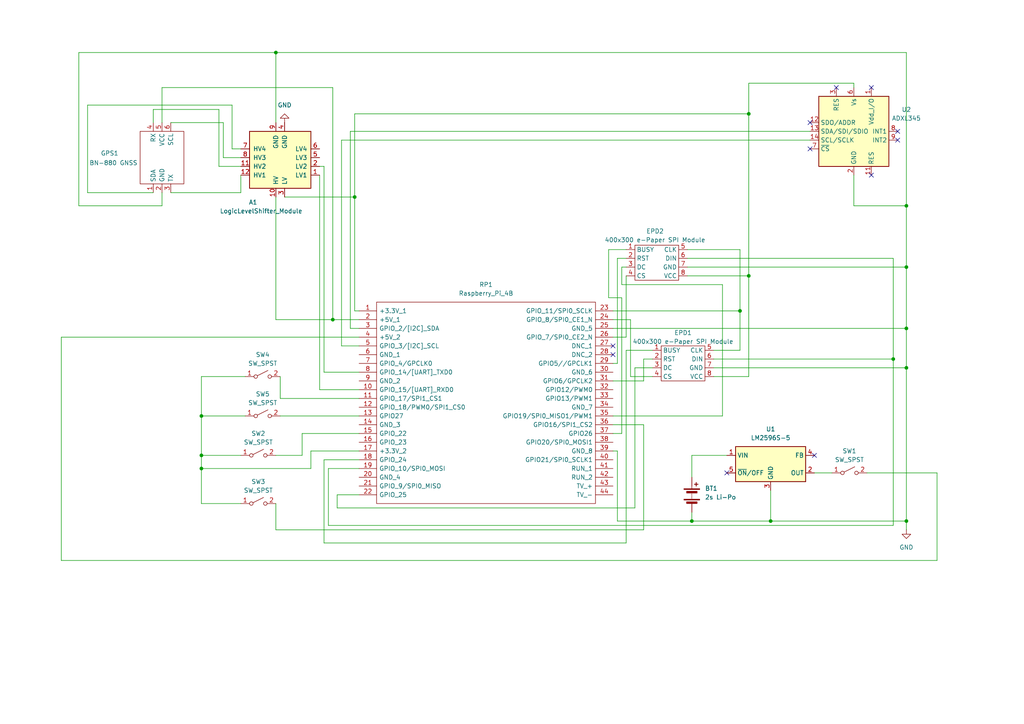
<source format=kicad_sch>
(kicad_sch (version 20231120) (generator "eeschema") (generator_version "8.0")
  (paper "A4")
  (title_block (title "Elderly Focused Fall Detection") (date "2024-10-20") (rev "2") (company "E.F.F.D : ECTE250 TEAM 8"))
  (lib_symbols
    (symbol "Charleslabs_Parts:LogicLevelShifter_Module" (pin_names (offset 1.016))
      (property "Reference" "A" (at -7.62 8.89 0))
      (property "Value" "LogicLevelShifter_Module" (at 15.24 8.89 0))
      (symbol "LogicLevelShifter_Module_0_1"
        (rectangle (start -8.89 7.62) (end 8.89 -8.89) (stroke (width 0.254)) (fill (type background)))
      )
      (symbol "LogicLevelShifter_Module_1_1"
        (pin bidirectional line (at -11.43 3.81 0) (length 2.54) (name "LV1") (number "1"))
        (pin power_in line (at 1.27 10.16 270) (length 2.54) (name "HV") (number "10"))
        (pin bidirectional line (at 11.43 1.27 180) (length 2.54) (name "HV2") (number "11"))
        (pin bidirectional line (at 11.43 3.81 180) (length 2.54) (name "HV1") (number "12"))
        (pin bidirectional line (at -11.43 1.27 0) (length 2.54) (name "LV2") (number "2"))
        (pin power_in line (at -1.27 10.16 270) (length 2.54) (name "LV") (number "3"))
        (pin power_in line (at -1.27 -11.43 90) (length 2.54) (name "GND") (number "4"))
        (pin bidirectional line (at -11.43 -1.27 0) (length 2.54) (name "LV3") (number "5"))
        (pin bidirectional line (at -11.43 -3.81 0) (length 2.54) (name "LV4") (number "6"))
        (pin bidirectional line (at 11.43 -3.81 180) (length 2.54) (name "HV4") (number "7"))
        (pin bidirectional line (at 11.43 -1.27 180) (length 2.54) (name "HV3") (number "8"))
        (pin power_in line (at 1.27 -11.43 90) (length 2.54) (name "GND") (number "9"))
      )
    )
    (symbol "Device:Battery" (pin_numbers hide) (pin_names (offset 0) hide)
      (property "Reference" "BT" (at 2.54 2.54 0))
      (property "Value" "Battery" (at 2.54 0 0))
      (symbol "Battery_0_1"
        (rectangle (start -2.286 -1.27) (end 2.286 -1.524) (fill (type outline)))
        (rectangle (start -2.286 1.778) (end 2.286 1.524) (fill (type outline)))
        (rectangle (start -1.524 -2.032) (end 1.524 -2.54) (fill (type outline)))
        (rectangle (start -1.524 1.016) (end 1.524 0.508) (fill (type outline)))
        (polyline (pts (xy 0 -1.016) (xy 0 -0.762)))
        (polyline (pts (xy 0 -0.508) (xy 0 -0.254)))
        (polyline (pts (xy 0 0) (xy 0 0.254)))
        (polyline (pts (xy 0 1.778) (xy 0 2.54)))
        (polyline (pts (xy 0.762 3.048) (xy 1.778 3.048)) (stroke (width 0.254)))
        (polyline (pts (xy 1.27 3.556) (xy 1.27 2.54)) (stroke (width 0.254)))
      )
      (symbol "Battery_1_1"
        (pin passive line (at 0 5.08 270) (length 2.54) (name "+") (number "1"))
        (pin passive line (at 0 -5.08 90) (length 2.54) (name "-") (number "2"))
      )
    )
    (symbol "Raspberry_Pi_2_or_3:Raspberry_Pi_2_3" (pin_names (offset 0.762))
      (property "Reference" "RP" (at 30.48 27.94 0))
      (property "Value" "Raspberry_Pi_4B" (at 30.48 25.4 0))
      (symbol "Raspberry_Pi_2_3_0_0"
        (pin bidirectional line (at 0 0 0) (length 5.08) (name "+3.3V_1") (number "1"))
        (pin bidirectional line (at 0 -22.86 0) (length 5.08) (name "GPIO_15/[UART]_RXD0") (number "10"))
        (pin bidirectional line (at 0 -25.4 0) (length 5.08) (name "GPIO_17/SPI1_CS1") (number "11"))
        (pin bidirectional line (at 0 -27.94 0) (length 5.08) (name "GPIO_18/PWM0/SPI1_CS0") (number "12"))
        (pin bidirectional line (at 0 -30.48 0) (length 5.08) (name "GPIO27") (number "13"))
        (pin bidirectional line (at 0 -33.02 0) (length 5.08) (name "GND_3") (number "14"))
        (pin bidirectional line (at 0 -35.56 0) (length 5.08) (name "GPIO_22") (number "15"))
        (pin bidirectional line (at 0 -38.1 0) (length 5.08) (name "GPIO_23") (number "16"))
        (pin bidirectional line (at 0 -40.64 0) (length 5.08) (name "+3.3V_2") (number "17"))
        (pin bidirectional line (at 0 -43.18 0) (length 5.08) (name "GPIO_24") (number "18"))
        (pin bidirectional line (at 0 -45.72 0) (length 5.08) (name "GPIO_10/SPI0_MOSI") (number "19"))
        (pin bidirectional line (at 0 -2.54 0) (length 5.08) (name "+5V_1") (number "2"))
        (pin bidirectional line (at 0 -48.26 0) (length 5.08) (name "GND_4") (number "20"))
        (pin bidirectional line (at 0 -50.8 0) (length 5.08) (name "GPIO_9/SPI0_MISO") (number "21"))
        (pin bidirectional line (at 0 -53.34 0) (length 5.08) (name "GPIO_25") (number "22"))
        (pin bidirectional line (at 73.66 0 180) (length 5.08) (name "GPIO_11/SPI0_SCLK") (number "23"))
        (pin bidirectional line (at 73.66 -2.54 180) (length 5.08) (name "GPIO_8/SPI0_CE1_N") (number "24"))
        (pin bidirectional line (at 73.66 -5.08 180) (length 5.08) (name "GND_5") (number "25"))
        (pin bidirectional line (at 73.66 -7.62 180) (length 5.08) (name "GPIO_7/SPI0_CE2_N") (number "26"))
        (pin bidirectional line (at 73.66 -10.16 180) (length 5.08) (name "DNC_1") (number "27"))
        (pin bidirectional line (at 73.66 -12.7 180) (length 5.08) (name "DNC_2") (number "28"))
        (pin bidirectional line (at 73.66 -15.24 180) (length 5.08) (name "GPIO5//GPCLK1") (number "29"))
        (pin bidirectional line (at 0 -5.08 0) (length 5.08) (name "GPIO_2/[I2C]_SDA") (number "3"))
        (pin bidirectional line (at 73.66 -17.78 180) (length 5.08) (name "GND_6") (number "30"))
        (pin bidirectional line (at 73.66 -20.32 180) (length 5.08) (name "GPIO6/GPCLK2") (number "31"))
        (pin bidirectional line (at 73.66 -22.86 180) (length 5.08) (name "GPIO12/PWM0") (number "32"))
        (pin bidirectional line (at 73.66 -25.4 180) (length 5.08) (name "GPIO13/PWM1") (number "33"))
        (pin bidirectional line (at 73.66 -27.94 180) (length 5.08) (name "GND_7") (number "34"))
        (pin bidirectional line (at 73.66 -30.48 180) (length 5.08) (name "GPIO19/SPI0_MISO1/PWM1") (number "35"))
        (pin bidirectional line (at 73.66 -33.02 180) (length 5.08) (name "GPIO16/SPI1_CS2") (number "36"))
        (pin bidirectional line (at 73.66 -35.56 180) (length 5.08) (name "GPIO26") (number "37"))
        (pin bidirectional line (at 73.66 -38.1 180) (length 5.08) (name "GPIO20/SPI0_MOSI1") (number "38"))
        (pin bidirectional line (at 73.66 -40.64 180) (length 5.08) (name "GND_8") (number "39"))
        (pin bidirectional line (at 0 -7.62 0) (length 5.08) (name "+5V_2") (number "4"))
        (pin bidirectional line (at 73.66 -43.18 180) (length 5.08) (name "GPIO21/SPI0_SCLK1") (number "40"))
        (pin bidirectional line (at 73.66 -45.72 180) (length 5.08) (name "RUN_1") (number "41"))
        (pin bidirectional line (at 73.66 -48.26 180) (length 5.08) (name "RUN_2") (number "42"))
        (pin bidirectional line (at 73.66 -50.8 180) (length 5.08) (name "TV_+") (number "43"))
        (pin bidirectional line (at 73.66 -53.34 180) (length 5.08) (name "TV_-") (number "44"))
        (pin bidirectional line (at 0 -10.16 0) (length 5.08) (name "GPIO_3/[I2C]_SCL") (number "5"))
        (pin bidirectional line (at 0 -12.7 0) (length 5.08) (name "GND_1") (number "6"))
        (pin bidirectional line (at 0 -15.24 0) (length 5.08) (name "GPIO_4/GPCLK0") (number "7"))
        (pin bidirectional line (at 0 -17.78 0) (length 5.08) (name "GPIO_14/[UART]_TXD0") (number "8"))
        (pin bidirectional line (at 0 -20.32 0) (length 5.08) (name "GND_2") (number "9"))
      )
      (symbol "Raspberry_Pi_2_3_0_1"
        (polyline (pts (xy 5.08 2.54) (xy 68.58 2.54) (xy 68.58 -55.88) (xy 5.08 -55.88) (xy 5.08 2.54)) (stroke (width 0.1524)))
      )
    )
    (symbol "Regulator_Switching:LM2596S-5"
      (property "Reference" "U" (at -10.16 6.35 0))
      (property "Value" "LM2596S-5" (at 0 6.35 0))
      (symbol "LM2596S-5_0_1"
        (rectangle (start -10.16 5.08) (end 10.16 -5.08) (stroke (width 0.254)) (fill (type background)))
      )
      (symbol "LM2596S-5_1_1"
        (pin power_in line (at -12.7 2.54 0) (length 2.54) (name "VIN") (number "1"))
        (pin output line (at 12.7 -2.54 180) (length 2.54) (name "OUT") (number "2"))
        (pin power_in line (at 0 -7.62 90) (length 2.54) (name "GND") (number "3"))
        (pin input line (at 12.7 2.54 180) (length 2.54) (name "FB") (number "4"))
        (pin input line (at -12.7 -2.54 0) (length 2.54) (name "~{ON}/OFF") (number "5"))
      )
    )
    (symbol "Sensor_Motion:ADXL343"
      (property "Reference" "U" (at -8.89 11.43 0))
      (property "Value" "ADXL343" (at -7.62 -11.43 0))
      (symbol "ADXL343_0_1"
        (rectangle (start -10.16 10.16) (end 10.16 -10.16) (stroke (width 0.254)) (fill (type background)))
      )
      (symbol "ADXL343_1_1"
        (pin power_in line (at 5.08 12.7 270) (length 2.54) (name "Vdd_I/O") (number "1"))
        (pin no_connect line (at -5.08 -10.16 90) (length 2.54) hide (name "NC") (number "10"))
        (pin passive line (at 5.08 -12.7 90) (length 2.54) (name "RES") (number "11"))
        (pin bidirectional line (at -12.7 2.54 0) (length 2.54) (name "SDO/ADDR") (number "12"))
        (pin bidirectional line (at -12.7 0 0) (length 2.54) (name "SDA/SDI/SDIO") (number "13"))
        (pin input line (at -12.7 -2.54 0) (length 2.54) (name "SCL/SCLK") (number "14"))
        (pin power_in line (at 0 -12.7 90) (length 2.54) (name "GND") (number "2"))
        (pin passive line (at -5.08 12.7 270) (length 2.54) (name "RES") (number "3"))
        (pin passive line (at 0 -12.7 90) (length 2.54) hide (name "GND") (number "4"))
        (pin passive line (at 0 -12.7 90) (length 2.54) hide (name "GND") (number "5"))
        (pin power_in line (at 0 12.7 270) (length 2.54) (name "Vs") (number "6"))
        (pin input line (at -12.7 -5.08 0) (length 2.54) (name "~{CS}") (number "7"))
        (pin output line (at 12.7 0 180) (length 2.54) (name "INT1") (number "8"))
        (pin output line (at 12.7 -2.54 180) (length 2.54) (name "INT2") (number "9"))
      )
    )
    (symbol "Switch:SW_SPST" (pin_names (offset 0) hide)
      (property "Reference" "SW" (at 0 3.175 0))
      (property "Value" "SW_SPST" (at 0 -2.54 0))
      (symbol "SW_SPST_0_0"
        (circle (center -2.032 0) (radius 0.508))
        (polyline (pts (xy -1.524 0.254) (xy 1.524 1.778)))
        (circle (center 2.032 0) (radius 0.508))
      )
      (symbol "SW_SPST_1_1"
        (pin passive line (at -5.08 0 0) (length 2.54) (name "A") (number "1"))
        (pin passive line (at 5.08 0 180) (length 2.54) (name "B") (number "2"))
      )
    )
    (symbol "power:GND" (power) (pin_numbers hide) (pin_names (offset 0) hide)
      (property "Value" "GND" (at 0 -3.81 0))
      (symbol "GND_0_1"
        (polyline (pts (xy 0 0) (xy 0 -1.27) (xy 1.27 -1.27) (xy 0 -2.54) (xy -1.27 -1.27) (xy 0 -1.27)))
      )
      (symbol "GND_1_1"
        (pin power_in line (at 0 0 270) (length 0) (name "~") (number "1"))
      )
    )
    (symbol "wirehead:4.2_epaper_spi_module"
      (property "Reference" "EPD" (at 0 3.81 0))
      (property "Value" "400x300 e-Paper SPI Module" (at 0.254 1.778 0))
      (symbol "4.2_epaper_spi_module_0_0"
        (pin input line (at -8.89 -1.27 0) (length 2.54) (name "BUSY") (number "1"))
        (pin input line (at -8.89 -3.81 0) (length 2.54) (name "RST") (number "2"))
        (pin input line (at -8.89 -6.35 0) (length 2.54) (name "DC") (number "3"))
        (pin input line (at -8.89 -8.89 0) (length 2.54) (name "CS") (number "4"))
        (pin input line (at 8.89 -1.27 180) (length 2.54) (name "CLK") (number "5"))
        (pin input line (at 8.89 -3.81 180) (length 2.54) (name "DIN") (number "6"))
        (pin input line (at 8.89 -6.35 180) (length 2.54) (name "GND") (number "7"))
        (pin input line (at 8.89 -8.89 180) (length 2.54) (name "VCC") (number "8"))
      )
      (symbol "4.2_epaper_spi_module_0_1"
        (rectangle (start 6.35 -10.16) (end -6.35 0))
      )
    )
    (symbol "wirehead:BN-880_GNSS"
      (property "Reference" "GPS" (at 0 2.032 0))
      (property "Value" "BN-880 GNSS" (at 0 0 0))
      (symbol "BN-880_GNSS_0_0"
        (pin input line (at -10.16 -6.35 0) (length 2.54) (name "SDA") (number "1"))
        (pin input line (at -10.16 -8.89 0) (length 2.54) (name "GND") (number "2"))
        (pin input line (at -10.16 -11.43 0) (length 2.54) (name "TX") (number "3"))
        (pin input line (at 10.16 -6.35 180) (length 2.54) (name "RX") (number "4"))
        (pin input line (at 10.16 -8.89 180) (length 2.54) (name "VCC") (number "5"))
        (pin input line (at 10.16 -11.43 180) (length 2.54) (name "SCL") (number "6"))
      )
      (symbol "BN-880_GNSS_0_1"
        (rectangle (start -7.62 -2.54) (end 7.62 -15.24))
      )
    )
  )
  (junction (at 200.66 151.13))
  (junction (at 80.01 15.24))
  (junction (at 223.52 151.13))
  (junction (at 96.52 92.71))
  (junction (at 102.87 57.15))
  (junction (at 262.89 106.68))
  (junction (at 262.89 151.13))
  (junction (at 262.89 77.47))
  (junction (at 259.08 104.14))
  (junction (at 58.42 120.65))
  (junction (at 58.42 132.08))
  (junction (at 262.89 95.25))
  (junction (at 217.17 80.01))
  (junction (at 58.42 135.89))
  (junction (at 217.17 33.02))
  (junction (at 214.63 90.17))
  (junction (at 262.89 59.69))
  (no_connect (at 260.35 38.1))
  (no_connect (at 234.95 35.56))
  (no_connect (at 236.22 132.08))
  (no_connect (at 252.73 25.4))
  (no_connect (at 210.82 137.16))
  (no_connect (at 234.95 43.18))
  (no_connect (at 177.8 102.87))
  (no_connect (at 252.73 50.8))
  (no_connect (at 242.57 25.4))
  (no_connect (at 260.35 40.64))
  (no_connect (at 177.8 100.33))
  (wire (pts (xy 44.45 35.56) (xy 44.45 31.75)))
  (wire (pts (xy 90.17 135.89) (xy 58.42 135.89)))
  (wire (pts (xy 102.87 33.02) (xy 217.17 33.02)))
  (wire (pts (xy 181.61 97.79) (xy 177.8 97.79)))
  (wire (pts (xy 93.98 48.26) (xy 93.98 107.95)))
  (wire (pts (xy 104.14 135.89) (xy 95.25 135.89)))
  (wire (pts (xy 95.25 135.89) (xy 95.25 152.4)))
  (wire (pts (xy 102.87 57.15) (xy 102.87 33.02)))
  (wire (pts (xy 207.01 104.14) (xy 259.08 104.14)))
  (wire (pts (xy 58.42 135.89) (xy 58.42 146.05)))
  (wire (pts (xy 217.17 80.01) (xy 217.17 109.22)))
  (wire (pts (xy 64.77 35.56) (xy 64.77 45.72)))
  (wire (pts (xy 101.6 38.1) (xy 234.95 38.1)))
  (wire (pts (xy 92.71 50.8) (xy 92.71 113.03)))
  (wire (pts (xy 177.8 110.49) (xy 186.69 110.49)))
  (wire (pts (xy 182.88 109.22) (xy 189.23 109.22)))
  (wire (pts (xy 90.17 130.81) (xy 104.14 130.81)))
  (wire (pts (xy 262.89 95.25) (xy 262.89 106.68)))
  (wire (pts (xy 179.07 130.81) (xy 179.07 151.13)))
  (wire (pts (xy 96.52 25.4) (xy 96.52 92.71)))
  (wire (pts (xy 200.66 132.08) (xy 210.82 132.08)))
  (wire (pts (xy 199.39 72.39) (xy 214.63 72.39)))
  (wire (pts (xy 44.45 55.88) (xy 25.4 55.88)))
  (wire (pts (xy 87.63 132.08) (xy 87.63 125.73)))
  (wire (pts (xy 22.86 15.24) (xy 80.01 15.24)))
  (wire (pts (xy 181.61 157.48) (xy 181.61 101.6)))
  (wire (pts (xy 262.89 77.47) (xy 262.89 95.25)))
  (wire (pts (xy 177.8 92.71) (xy 182.88 92.71)))
  (wire (pts (xy 58.42 120.65) (xy 58.42 109.22)))
  (wire (pts (xy 25.4 55.88) (xy 25.4 30.48)))
  (wire (pts (xy 96.52 92.71) (xy 104.14 92.71)))
  (wire (pts (xy 209.55 82.55) (xy 180.34 82.55)))
  (wire (pts (xy 271.78 137.16) (xy 271.78 162.56)))
  (wire (pts (xy 17.78 162.56) (xy 17.78 97.79)))
  (wire (pts (xy 176.53 72.39) (xy 176.53 86.36)))
  (wire (pts (xy 97.79 147.32) (xy 184.15 147.32)))
  (wire (pts (xy 251.46 137.16) (xy 271.78 137.16)))
  (wire (pts (xy 58.42 109.22) (xy 71.12 109.22)))
  (wire (pts (xy 179.07 105.41) (xy 177.8 105.41)))
  (wire (pts (xy 102.87 90.17) (xy 104.14 90.17)))
  (wire (pts (xy 80.01 15.24) (xy 80.01 35.56)))
  (wire (pts (xy 247.65 50.8) (xy 247.65 59.69)))
  (wire (pts (xy 81.28 115.57) (xy 81.28 109.22)))
  (wire (pts (xy 181.61 74.93) (xy 179.07 74.93)))
  (wire (pts (xy 92.71 48.26) (xy 93.98 48.26)))
  (wire (pts (xy 25.4 30.48) (xy 67.31 30.48)))
  (wire (pts (xy 207.01 106.68) (xy 262.89 106.68)))
  (wire (pts (xy 44.45 31.75) (xy 63.5 31.75)))
  (wire (pts (xy 207.01 101.6) (xy 214.63 101.6)))
  (wire (pts (xy 186.69 153.67) (xy 186.69 123.19)))
  (wire (pts (xy 236.22 137.16) (xy 241.3 137.16)))
  (wire (pts (xy 99.06 100.33) (xy 99.06 40.64)))
  (wire (pts (xy 64.77 45.72) (xy 69.85 45.72)))
  (wire (pts (xy 177.8 130.81) (xy 179.07 130.81)))
  (wire (pts (xy 80.01 15.24) (xy 262.89 15.24)))
  (wire (pts (xy 58.42 135.89) (xy 58.42 132.08)))
  (wire (pts (xy 199.39 80.01) (xy 217.17 80.01)))
  (wire (pts (xy 93.98 107.95) (xy 104.14 107.95)))
  (wire (pts (xy 262.89 151.13) (xy 262.89 153.67)))
  (wire (pts (xy 81.28 115.57) (xy 104.14 115.57)))
  (wire (pts (xy 200.66 138.43) (xy 200.66 132.08)))
  (wire (pts (xy 101.6 38.1) (xy 101.6 95.25)))
  (wire (pts (xy 80.01 92.71) (xy 80.01 57.15)))
  (wire (pts (xy 184.15 106.68) (xy 189.23 106.68)))
  (wire (pts (xy 58.42 132.08) (xy 58.42 120.65)))
  (wire (pts (xy 184.15 147.32) (xy 184.15 106.68)))
  (wire (pts (xy 200.66 151.13) (xy 223.52 151.13)))
  (wire (pts (xy 46.99 25.4) (xy 96.52 25.4)))
  (wire (pts (xy 46.99 25.4) (xy 46.99 35.56)))
  (wire (pts (xy 217.17 24.13) (xy 217.17 33.02)))
  (wire (pts (xy 259.08 152.4) (xy 259.08 104.14)))
  (wire (pts (xy 97.79 143.51) (xy 97.79 147.32)))
  (wire (pts (xy 182.88 92.71) (xy 182.88 109.22)))
  (wire (pts (xy 186.69 123.19) (xy 177.8 123.19)))
  (wire (pts (xy 96.52 92.71) (xy 80.01 92.71)))
  (wire (pts (xy 67.31 43.18) (xy 69.85 43.18)))
  (wire (pts (xy 46.99 55.88) (xy 46.99 59.69)))
  (wire (pts (xy 63.5 48.26) (xy 69.85 48.26)))
  (wire (pts (xy 199.39 77.47) (xy 262.89 77.47)))
  (wire (pts (xy 104.14 133.35) (xy 93.98 133.35)))
  (wire (pts (xy 247.65 24.13) (xy 217.17 24.13)))
  (wire (pts (xy 49.53 35.56) (xy 64.77 35.56)))
  (wire (pts (xy 81.28 120.65) (xy 104.14 120.65)))
  (wire (pts (xy 180.34 86.36) (xy 180.34 125.73)))
  (wire (pts (xy 104.14 143.51) (xy 97.79 143.51)))
  (wire (pts (xy 58.42 146.05) (xy 69.85 146.05)))
  (wire (pts (xy 214.63 90.17) (xy 214.63 72.39)))
  (wire (pts (xy 90.17 130.81) (xy 90.17 135.89)))
  (wire (pts (xy 177.8 95.25) (xy 262.89 95.25)))
  (wire (pts (xy 186.69 104.14) (xy 189.23 104.14)))
  (wire (pts (xy 217.17 33.02) (xy 217.17 80.01)))
  (wire (pts (xy 176.53 86.36) (xy 180.34 86.36)))
  (wire (pts (xy 17.78 97.79) (xy 104.14 97.79)))
  (wire (pts (xy 223.52 142.24) (xy 223.52 151.13)))
  (wire (pts (xy 209.55 120.65) (xy 209.55 82.55)))
  (wire (pts (xy 49.53 55.88) (xy 69.85 55.88)))
  (wire (pts (xy 69.85 55.88) (xy 69.85 50.8)))
  (wire (pts (xy 180.34 77.47) (xy 181.61 77.47)))
  (wire (pts (xy 262.89 59.69) (xy 262.89 15.24)))
  (wire (pts (xy 179.07 74.93) (xy 179.07 105.41)))
  (wire (pts (xy 180.34 82.55) (xy 180.34 77.47)))
  (wire (pts (xy 80.01 153.67) (xy 186.69 153.67)))
  (wire (pts (xy 181.61 101.6) (xy 189.23 101.6)))
  (wire (pts (xy 247.65 25.4) (xy 247.65 24.13)))
  (wire (pts (xy 87.63 125.73) (xy 104.14 125.73)))
  (wire (pts (xy 271.78 162.56) (xy 17.78 162.56)))
  (wire (pts (xy 99.06 40.64) (xy 234.95 40.64)))
  (wire (pts (xy 46.99 59.69) (xy 22.86 59.69)))
  (wire (pts (xy 63.5 31.75) (xy 63.5 48.26)))
  (wire (pts (xy 58.42 120.65) (xy 71.12 120.65)))
  (wire (pts (xy 177.8 120.65) (xy 209.55 120.65)))
  (wire (pts (xy 259.08 104.14) (xy 259.08 74.93)))
  (wire (pts (xy 177.8 90.17) (xy 214.63 90.17)))
  (wire (pts (xy 262.89 77.47) (xy 262.89 59.69)))
  (wire (pts (xy 93.98 157.48) (xy 181.61 157.48)))
  (wire (pts (xy 214.63 90.17) (xy 214.63 101.6)))
  (wire (pts (xy 102.87 90.17) (xy 102.87 57.15)))
  (wire (pts (xy 262.89 106.68) (xy 262.89 151.13)))
  (wire (pts (xy 223.52 151.13) (xy 262.89 151.13)))
  (wire (pts (xy 80.01 146.05) (xy 80.01 153.67)))
  (wire (pts (xy 181.61 72.39) (xy 176.53 72.39)))
  (wire (pts (xy 179.07 151.13) (xy 200.66 151.13)))
  (wire (pts (xy 104.14 95.25) (xy 101.6 95.25)))
  (wire (pts (xy 180.34 125.73) (xy 177.8 125.73)))
  (wire (pts (xy 22.86 59.69) (xy 22.86 15.24)))
  (wire (pts (xy 92.71 113.03) (xy 104.14 113.03)))
  (wire (pts (xy 93.98 133.35) (xy 93.98 157.48)))
  (wire (pts (xy 200.66 148.59) (xy 200.66 151.13)))
  (wire (pts (xy 104.14 100.33) (xy 99.06 100.33)))
  (wire (pts (xy 199.39 74.93) (xy 259.08 74.93)))
  (wire (pts (xy 247.65 59.69) (xy 262.89 59.69)))
  (wire (pts (xy 181.61 80.01) (xy 181.61 97.79)))
  (wire (pts (xy 82.55 57.15) (xy 102.87 57.15)))
  (wire (pts (xy 58.42 132.08) (xy 69.85 132.08)))
  (wire (pts (xy 67.31 30.48) (xy 67.31 43.18)))
  (wire (pts (xy 207.01 109.22) (xy 217.17 109.22)))
  (wire (pts (xy 80.01 132.08) (xy 87.63 132.08)))
  (wire (pts (xy 186.69 110.49) (xy 186.69 104.14)))
  (wire (pts (xy 95.25 152.4) (xy 259.08 152.4)))
  (symbol (lib_id "Switch:SW_SPST") (at 76.2 109.22 0) (unit 1)
    (property "Reference" "SW4" (at 76.2 102.87 0))
    (property "Value" "SW_SPST" (at 76.2 105.41 0))
    (property "Description" "Single Pole Single Throw (SPST) switch" (effects (hide yes)))
  )
  (symbol (lib_id "Regulator_Switching:LM2596S-5") (at 223.52 134.62 0) (unit 1)
    (property "Reference" "U1" (at 223.52 124.46 0))
    (property "Value" "LM2596S-5" (at 223.52 127 0))
    (property "Footprint" "Package_TO_SOT_SMD:TO-263-5_TabPin3" (effects (hide yes)))
    (property "Datasheet" "http://www.ti.com/lit/ds/symlink/lm2596.pdf" (effects (hide yes)))
    (property "Description" "5V 3A Step-Down Voltage Regulator, TO-263" (effects (hide yes)))
  )
  (symbol (lib_id "Switch:SW_SPST") (at 74.93 132.08 0) (unit 1)
    (property "Reference" "SW2" (at 74.93 125.73 0))
    (property "Value" "SW_SPST" (at 74.93 128.27 0))
    (property "Description" "Single Pole Single Throw (SPST) switch" (effects (hide yes)))
  )
  (symbol (lib_id "power:GND") (at 82.55 35.56 180) (unit 1)
    (property "Reference" "#PWR02" (effects (hide yes)))
    (property "Value" "GND" (at 82.55 30.48 0))
    (property "Description" "Power symbol creates a global label with name \"GND\" , ground" (effects (hide yes)))
  )
  (symbol (lib_id "Charleslabs_Parts:LogicLevelShifter_Module") (at 81.28 46.99 180) (unit 1)
    (property "Reference" "A1" (at 72.136 58.674 0) (effects (justify right)))
    (property "Value" "LogicLevelShifter_Module" (at 63.754 61.214 0) (effects (justify right)))
    (property "Footprint" "Charleslabs_Parts:LogicLevelConverter_Module" (effects (hide yes)))
  )
  (symbol (lib_id "Switch:SW_SPST") (at 76.2 120.65 0) (unit 1)
    (property "Reference" "SW5" (at 76.2 114.3 0))
    (property "Value" "SW_SPST" (at 76.2 116.84 0))
    (property "Description" "Single Pole Single Throw (SPST) switch" (effects (hide yes)))
  )
  (symbol (lib_id "Switch:SW_SPST") (at 246.38 137.16 0) (unit 1)
    (property "Reference" "SW1" (at 246.38 130.81 0))
    (property "Value" "SW_SPST" (at 246.38 133.35 0))
    (property "Description" "Single Pole Single Throw (SPST) switch" (effects (hide yes)))
  )
  (symbol (lib_id "Raspberry_Pi_2_or_3:Raspberry_Pi_2_3") (at 104.14 90.17 0) (unit 1)
    (property "Reference" "RP1" (at 140.97 82.55 0))
    (property "Value" "Raspberry_Pi_4B" (at 140.97 85.09 0))
    (property "Footprint" "RASPBERRYPI" (effects (hide yes)))
    (property "Datasheet" "https://cdn.sparkfun.com/assets/learn_tutorials/6/7/6/PiZero_1.pdf" (effects (hide yes)))
    (property "Description" "Raspberry Pi Zero W (v1.3) Single-board Computers" (effects (hide yes)))
    (property "Description_1" "Raspberry Pi Zero 2 or 3 Single-board Computers" (effects (hide yes)))
    (property "Manufacturer_Name" "RASPBERRY-PI" (effects (hide yes)))
    (property "Manufacturer_Part_Number" "Raspberry Pi 2 or 3" (effects (hide yes)))
  )
  (symbol (lib_id "Device:Battery") (at 200.66 143.51 0) (unit 1)
    (property "Reference" "BT1" (at 204.47 141.6684 0) (effects (justify left)))
    (property "Value" "2s Li-Po" (at 204.47 144.2084 0) (effects (justify left)))
    (property "Description" "Multiple-cell battery" (effects (hide yes)))
  )
  (symbol (lib_id "wirehead:BN-880_GNSS") (at 38.1 45.72 90) (unit 1)
    (property "Reference" "GPS1" (at 29.21 44.45 90) (effects (justify right)))
    (property "Value" "BN-880 GNSS" (at 25.908 47.244 90) (effects (justify right)))
    (property "Footprint" "BN-880 GNSS" (effects (hide yes)))
  )
  (symbol (lib_id "Switch:SW_SPST") (at 74.93 146.05 0) (unit 1)
    (property "Reference" "SW3" (at 74.93 139.7 0))
    (property "Value" "SW_SPST" (at 74.93 142.24 0))
    (property "Description" "Single Pole Single Throw (SPST) switch" (effects (hide yes)))
  )
  (symbol (lib_id "power:GND") (at 262.89 153.67 0) (unit 1)
    (property "Reference" "#PWR01" (effects (hide yes)))
    (property "Value" "GND" (at 262.89 158.75 0))
    (property "Description" "Power symbol creates a global label with name \"GND\" , ground" (effects (hide yes)))
  )
  (symbol (lib_id "wirehead:4.2_epaper_spi_module") (at 190.5 71.12 0) (unit 1)
    (property "Reference" "EPD2" (at 189.992 67.056 0))
    (property "Value" "400x300 e-Paper SPI Module" (at 189.992 69.596 0))
    (property "Footprint" "Waveshare 4.2inch e-Paper Module" (effects (hide yes)))
  )
  (symbol (lib_id "Sensor_Motion:ADXL343") (at 247.65 38.1 0) (unit 1)
    (property "Reference" "U2" (at 262.89 31.7814 0))
    (property "Value" "ADXL345" (at 262.89 34.3214 0))
    (property "Footprint" "Package_LGA:LGA-14_3x5mm_P0.8mm_LayoutBorder1x6y" (effects (hide yes)))
    (property "Datasheet" "https://www.analog.com/media/en/technical-documentation/data-sheets/ADXL343.pdf" (effects (hide yes)))
    (property "Description" "3-Axis MEMS Accelerometer, 2/4/8/16g range, I2C/SPI, LGA-14" (effects (hide yes)))
  )
  (symbol (lib_id "wirehead:4.2_epaper_spi_module") (at 198.12 100.33 0) (unit 1)
    (property "Reference" "EPD1" (at 198.12 96.52 0))
    (property "Value" "400x300 e-Paper SPI Module" (at 198.12 99.06 0))
    (property "Footprint" "Waveshare 4.2inch e-Paper Module" (effects (hide yes)))
  )
)
</source>
